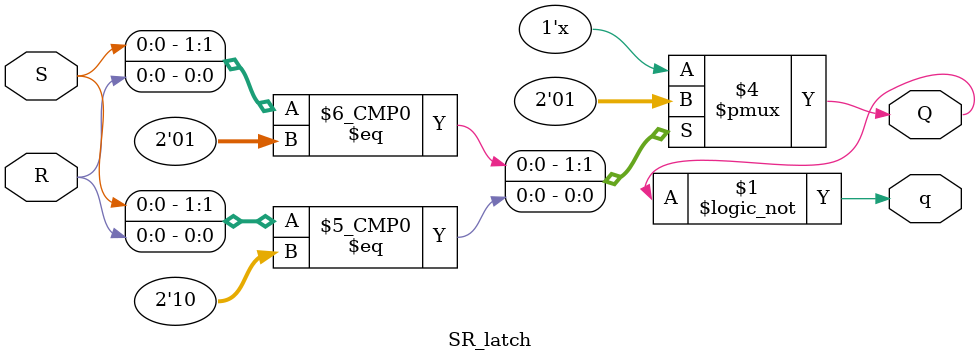
<source format=v>
module SR_latch (
				input S,
				input R,
				output Q,
				output q
);
reg Q;
assign q=!Q;
always@(S or R)
	case ({S,R})
		2'b00: Q=Q;
		2'b01: Q=1'b0;
		2'b10: Q=1'b1;
		2'b11: Q=1'bx;
	endcase
endmodule
</source>
